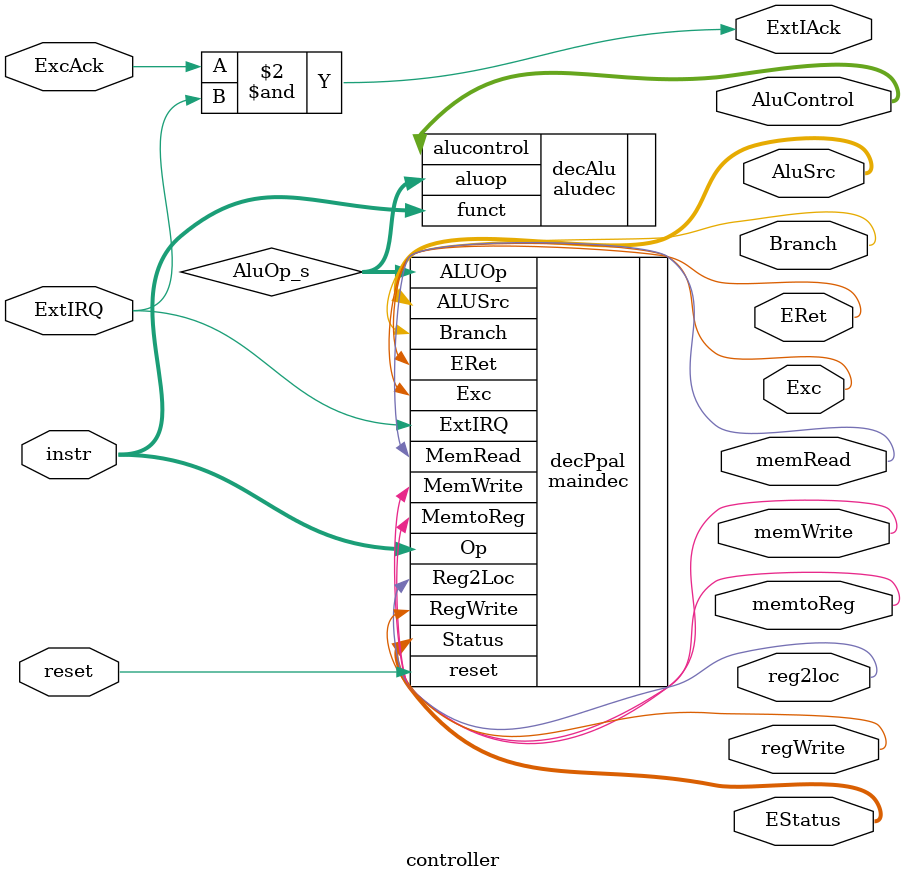
<source format=sv>

module controller(input logic reset, ExtIRQ, ExcAck,
						input logic [10:0] instr,
						output logic [3:0] AluControl, EStatus,
						output logic [2:0] AluSrc,
						output logic reg2loc, regWrite, Branch,
											memtoReg, memRead, memWrite, ExtIAck, ERet, Exc);
											
	logic [1:0] AluOp_s;
											
	maindec 	decPpal 	(.reset(reset),
							.ExtIRQ(ExtIRQ),
							.Op(instr), 
							.Reg2Loc(reg2loc), 
							.ALUSrc(AluSrc), 
							.MemtoReg(memtoReg), 
							.RegWrite(regWrite), 
							.MemRead(memRead), 
							.MemWrite(memWrite), 
							.Branch(Branch),
							.ERet(ERet),
							.Exc(Exc),
							.ALUOp(AluOp_s),
							.Status(EStatus));	
						
	aludec 	decAlu 	(.funct(instr), 
							.aluop(AluOp_s), 
							.alucontrol(AluControl));
	always_comb
	
		ExtIAck = ExcAck & ExtIRQ;
	
endmodule

</source>
